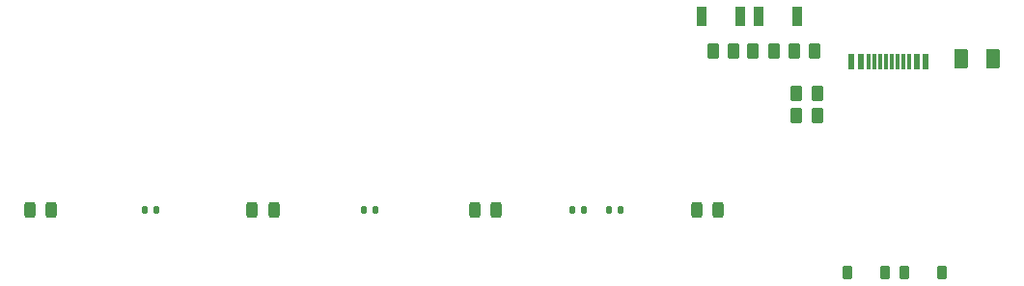
<source format=gtp>
%TF.GenerationSoftware,KiCad,Pcbnew,9.0.2*%
%TF.CreationDate,2025-06-04T14:00:07+08:00*%
%TF.ProjectId,tsubaki_lite,74737562-616b-4695-9f6c-6974652e6b69,4*%
%TF.SameCoordinates,Original*%
%TF.FileFunction,Paste,Top*%
%TF.FilePolarity,Positive*%
%FSLAX46Y46*%
G04 Gerber Fmt 4.6, Leading zero omitted, Abs format (unit mm)*
G04 Created by KiCad (PCBNEW 9.0.2) date 2025-06-04 14:00:07*
%MOMM*%
%LPD*%
G01*
G04 APERTURE LIST*
G04 Aperture macros list*
%AMRoundRect*
0 Rectangle with rounded corners*
0 $1 Rounding radius*
0 $2 $3 $4 $5 $6 $7 $8 $9 X,Y pos of 4 corners*
0 Add a 4 corners polygon primitive as box body*
4,1,4,$2,$3,$4,$5,$6,$7,$8,$9,$2,$3,0*
0 Add four circle primitives for the rounded corners*
1,1,$1+$1,$2,$3*
1,1,$1+$1,$4,$5*
1,1,$1+$1,$6,$7*
1,1,$1+$1,$8,$9*
0 Add four rect primitives between the rounded corners*
20,1,$1+$1,$2,$3,$4,$5,0*
20,1,$1+$1,$4,$5,$6,$7,0*
20,1,$1+$1,$6,$7,$8,$9,0*
20,1,$1+$1,$8,$9,$2,$3,0*%
G04 Aperture macros list end*
%ADD10RoundRect,0.243750X-0.243750X-0.456250X0.243750X-0.456250X0.243750X0.456250X-0.243750X0.456250X0*%
%ADD11RoundRect,0.250000X0.375000X0.625000X-0.375000X0.625000X-0.375000X-0.625000X0.375000X-0.625000X0*%
%ADD12RoundRect,0.250000X-0.262500X-0.450000X0.262500X-0.450000X0.262500X0.450000X-0.262500X0.450000X0*%
%ADD13RoundRect,0.135000X0.135000X0.185000X-0.135000X0.185000X-0.135000X-0.185000X0.135000X-0.185000X0*%
%ADD14RoundRect,0.250000X0.262500X0.450000X-0.262500X0.450000X-0.262500X-0.450000X0.262500X-0.450000X0*%
%ADD15R,0.900000X1.700000*%
%ADD16RoundRect,0.225000X-0.225000X-0.375000X0.225000X-0.375000X0.225000X0.375000X-0.225000X0.375000X0*%
%ADD17R,0.600000X1.450000*%
%ADD18R,0.300000X1.450000*%
%ADD19RoundRect,0.135000X-0.135000X-0.185000X0.135000X-0.185000X0.135000X0.185000X-0.135000X0.185000X0*%
G04 APERTURE END LIST*
D10*
%TO.C,L_1_2*%
X128912500Y-107000000D03*
X130787500Y-107000000D03*
%TD*%
D11*
%TO.C,D1*%
X193900000Y-93750000D03*
X191100000Y-93750000D03*
%TD*%
D12*
%TO.C,R5*%
X176425000Y-93000000D03*
X178250000Y-93000000D03*
%TD*%
D13*
%TO.C,R_1_2*%
X139750000Y-107000000D03*
X138730000Y-107000000D03*
%TD*%
D12*
%TO.C,R16*%
X172837500Y-93000000D03*
X174662500Y-93000000D03*
%TD*%
D14*
%TO.C,R3*%
X178500000Y-98750000D03*
X176675000Y-98750000D03*
%TD*%
D12*
%TO.C,R2*%
X176675000Y-96750000D03*
X178500000Y-96750000D03*
%TD*%
D15*
%TO.C,SW2*%
X176700000Y-90000000D03*
X173300000Y-90000000D03*
%TD*%
D12*
%TO.C,R1*%
X169337500Y-93000000D03*
X171162500Y-93000000D03*
%TD*%
D13*
%TO.C,R_1_1*%
X120520000Y-107000000D03*
X119500000Y-107000000D03*
%TD*%
D10*
%TO.C,L_1_3*%
X148412500Y-107000000D03*
X150287500Y-107000000D03*
%TD*%
%TO.C,L_1_1*%
X109412500Y-107000000D03*
X111287500Y-107000000D03*
%TD*%
D15*
%TO.C,SW1*%
X168300000Y-90000000D03*
X171700000Y-90000000D03*
%TD*%
D13*
%TO.C,R_1_3*%
X158010000Y-107000000D03*
X156990000Y-107000000D03*
%TD*%
D16*
%TO.C,D_1_5*%
X181100000Y-112500000D03*
X184400000Y-112500000D03*
%TD*%
%TO.C,D_1_6*%
X186100000Y-112500000D03*
X189400000Y-112500000D03*
%TD*%
D17*
%TO.C,J1*%
X188000000Y-93945000D03*
X187200000Y-93945000D03*
D18*
X186000000Y-93945000D03*
X185000000Y-93945000D03*
X184500000Y-93945000D03*
X183500000Y-93945000D03*
D17*
X182300000Y-93945000D03*
X181500000Y-93945000D03*
X181500000Y-93945000D03*
X182300000Y-93945000D03*
D18*
X183000000Y-93945000D03*
X184000000Y-93945000D03*
X185500000Y-93945000D03*
X186500000Y-93945000D03*
D17*
X187200000Y-93945000D03*
X188000000Y-93945000D03*
%TD*%
D10*
%TO.C,L_1_4*%
X167912500Y-107000000D03*
X169787500Y-107000000D03*
%TD*%
D19*
%TO.C,R_1_4*%
X160240000Y-107000000D03*
X161260000Y-107000000D03*
%TD*%
M02*

</source>
